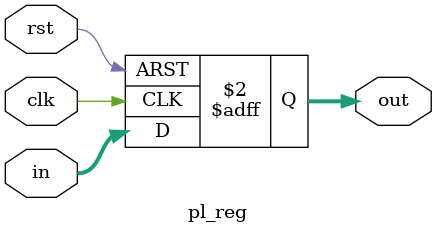
<source format=v>
module pl_reg #(parameter WIDTH = 32)(//实现了管道寄存器
    input clk, rst, 
    input [WIDTH-1:0] in,
    output reg [WIDTH-1:0] out
    );
    
    always@(posedge clk, posedge rst)
      begin
          if(rst)
              out <= 0;
          else 
              out <= in;
      end
    
endmodule

</source>
